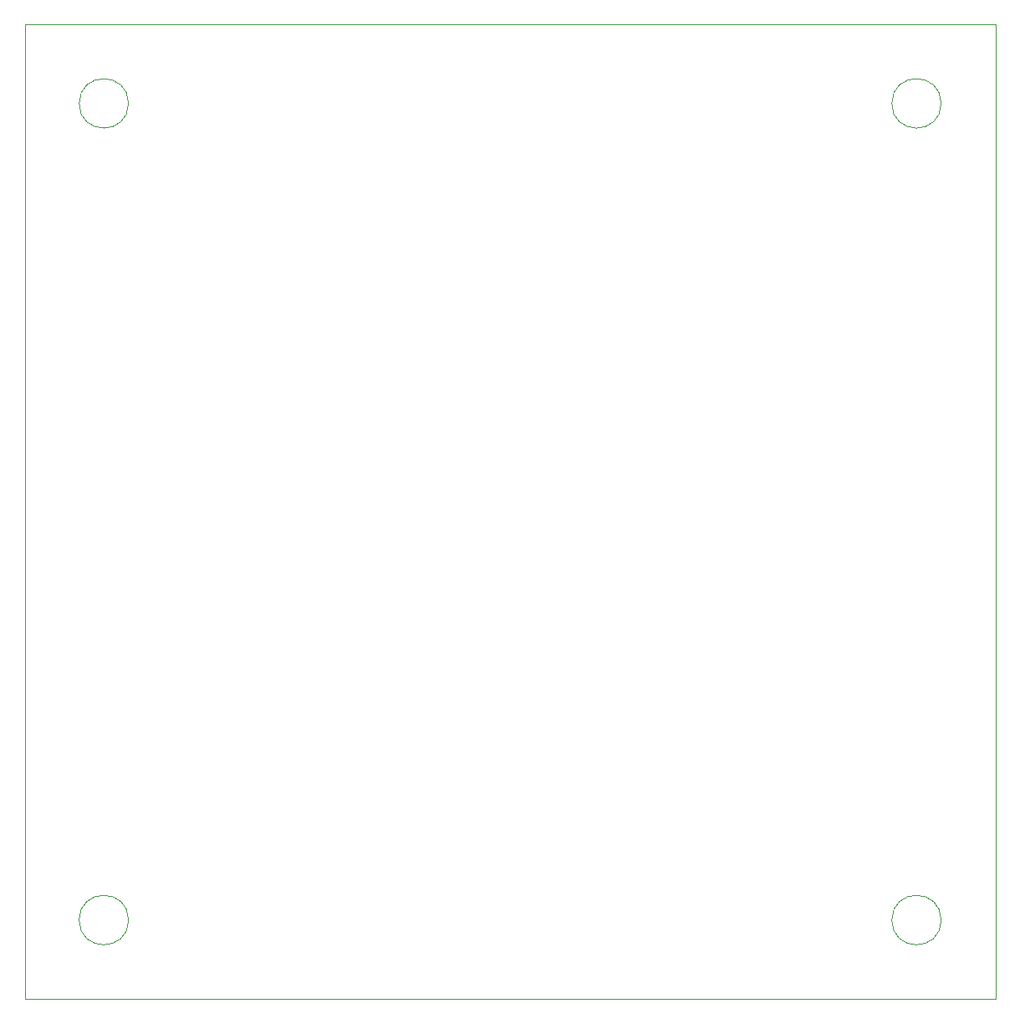
<source format=gbr>
G04 (created by PCBNEW (2013-07-07 BZR 4022)-stable) date 03/03/2017 11:17:35 AM*
%MOIN*%
G04 Gerber Fmt 3.4, Leading zero omitted, Abs format*
%FSLAX34Y34*%
G01*
G70*
G90*
G04 APERTURE LIST*
%ADD10C,0.00590551*%
%ADD11C,0.00393701*%
G04 APERTURE END LIST*
G54D10*
G54D11*
X63290Y-68267D02*
G75*
G03X63290Y-68267I-987J0D01*
G74*
G01*
X63287Y-35728D02*
G75*
G03X63287Y-35728I-984J0D01*
G74*
G01*
X95689Y-35728D02*
G75*
G03X95689Y-35728I-985J0D01*
G74*
G01*
X95690Y-68267D02*
G75*
G03X95690Y-68267I-986J0D01*
G74*
G01*
X59153Y-71417D02*
X59153Y-71397D01*
X97854Y-71417D02*
X59153Y-71417D01*
X97854Y-32578D02*
X97854Y-71417D01*
X59153Y-32578D02*
X97854Y-32578D01*
X59153Y-71397D02*
X59153Y-32578D01*
M02*

</source>
